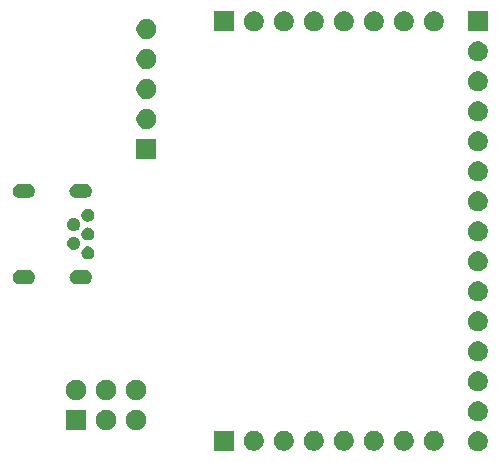
<source format=gbs>
G04 #@! TF.GenerationSoftware,KiCad,Pcbnew,(5.1.5)-3*
G04 #@! TF.CreationDate,2020-07-04T22:53:46-05:00*
G04 #@! TF.ProjectId,PikateaTPM,50696b61-7465-4615-9450-4d2e6b696361,rev?*
G04 #@! TF.SameCoordinates,Original*
G04 #@! TF.FileFunction,Soldermask,Bot*
G04 #@! TF.FilePolarity,Negative*
%FSLAX46Y46*%
G04 Gerber Fmt 4.6, Leading zero omitted, Abs format (unit mm)*
G04 Created by KiCad (PCBNEW (5.1.5)-3) date 2020-07-04 22:53:46*
%MOMM*%
%LPD*%
G04 APERTURE LIST*
%ADD10C,0.100000*%
G04 APERTURE END LIST*
D10*
G36*
X156497935Y-129492664D02*
G01*
X156652624Y-129556739D01*
X156652626Y-129556740D01*
X156791844Y-129649762D01*
X156910238Y-129768156D01*
X157003260Y-129907374D01*
X157003261Y-129907376D01*
X157067336Y-130062065D01*
X157100000Y-130226281D01*
X157100000Y-130393719D01*
X157067336Y-130557935D01*
X157028114Y-130652624D01*
X157003260Y-130712626D01*
X156910238Y-130851844D01*
X156791844Y-130970238D01*
X156652626Y-131063260D01*
X156652625Y-131063261D01*
X156652624Y-131063261D01*
X156497935Y-131127336D01*
X156333719Y-131160000D01*
X156166281Y-131160000D01*
X156002065Y-131127336D01*
X155847376Y-131063261D01*
X155847375Y-131063261D01*
X155847374Y-131063260D01*
X155708156Y-130970238D01*
X155589762Y-130851844D01*
X155496740Y-130712626D01*
X155471886Y-130652624D01*
X155432664Y-130557935D01*
X155400000Y-130393719D01*
X155400000Y-130226281D01*
X155432664Y-130062065D01*
X155496739Y-129907376D01*
X155496740Y-129907374D01*
X155589762Y-129768156D01*
X155708156Y-129649762D01*
X155847374Y-129556740D01*
X155847376Y-129556739D01*
X156002065Y-129492664D01*
X156166281Y-129460000D01*
X156333719Y-129460000D01*
X156497935Y-129492664D01*
G37*
G36*
X152777935Y-129432664D02*
G01*
X152932624Y-129496739D01*
X152932626Y-129496740D01*
X153071844Y-129589762D01*
X153190238Y-129708156D01*
X153230329Y-129768157D01*
X153283261Y-129847376D01*
X153347336Y-130002065D01*
X153380000Y-130166281D01*
X153380000Y-130333719D01*
X153347336Y-130497935D01*
X153322482Y-130557936D01*
X153283260Y-130652626D01*
X153190238Y-130791844D01*
X153071844Y-130910238D01*
X152932626Y-131003260D01*
X152932625Y-131003261D01*
X152932624Y-131003261D01*
X152777935Y-131067336D01*
X152613719Y-131100000D01*
X152446281Y-131100000D01*
X152282065Y-131067336D01*
X152127376Y-131003261D01*
X152127375Y-131003261D01*
X152127374Y-131003260D01*
X151988156Y-130910238D01*
X151869762Y-130791844D01*
X151776740Y-130652626D01*
X151737518Y-130557936D01*
X151712664Y-130497935D01*
X151680000Y-130333719D01*
X151680000Y-130166281D01*
X151712664Y-130002065D01*
X151776739Y-129847376D01*
X151829671Y-129768157D01*
X151869762Y-129708156D01*
X151988156Y-129589762D01*
X152127374Y-129496740D01*
X152127376Y-129496739D01*
X152282065Y-129432664D01*
X152446281Y-129400000D01*
X152613719Y-129400000D01*
X152777935Y-129432664D01*
G37*
G36*
X135600000Y-131100000D02*
G01*
X133900000Y-131100000D01*
X133900000Y-129400000D01*
X135600000Y-129400000D01*
X135600000Y-131100000D01*
G37*
G36*
X137537935Y-129432664D02*
G01*
X137692624Y-129496739D01*
X137692626Y-129496740D01*
X137831844Y-129589762D01*
X137950238Y-129708156D01*
X137990329Y-129768157D01*
X138043261Y-129847376D01*
X138107336Y-130002065D01*
X138140000Y-130166281D01*
X138140000Y-130333719D01*
X138107336Y-130497935D01*
X138082482Y-130557936D01*
X138043260Y-130652626D01*
X137950238Y-130791844D01*
X137831844Y-130910238D01*
X137692626Y-131003260D01*
X137692625Y-131003261D01*
X137692624Y-131003261D01*
X137537935Y-131067336D01*
X137373719Y-131100000D01*
X137206281Y-131100000D01*
X137042065Y-131067336D01*
X136887376Y-131003261D01*
X136887375Y-131003261D01*
X136887374Y-131003260D01*
X136748156Y-130910238D01*
X136629762Y-130791844D01*
X136536740Y-130652626D01*
X136497518Y-130557936D01*
X136472664Y-130497935D01*
X136440000Y-130333719D01*
X136440000Y-130166281D01*
X136472664Y-130002065D01*
X136536739Y-129847376D01*
X136589671Y-129768157D01*
X136629762Y-129708156D01*
X136748156Y-129589762D01*
X136887374Y-129496740D01*
X136887376Y-129496739D01*
X137042065Y-129432664D01*
X137206281Y-129400000D01*
X137373719Y-129400000D01*
X137537935Y-129432664D01*
G37*
G36*
X140077935Y-129432664D02*
G01*
X140232624Y-129496739D01*
X140232626Y-129496740D01*
X140371844Y-129589762D01*
X140490238Y-129708156D01*
X140530329Y-129768157D01*
X140583261Y-129847376D01*
X140647336Y-130002065D01*
X140680000Y-130166281D01*
X140680000Y-130333719D01*
X140647336Y-130497935D01*
X140622482Y-130557936D01*
X140583260Y-130652626D01*
X140490238Y-130791844D01*
X140371844Y-130910238D01*
X140232626Y-131003260D01*
X140232625Y-131003261D01*
X140232624Y-131003261D01*
X140077935Y-131067336D01*
X139913719Y-131100000D01*
X139746281Y-131100000D01*
X139582065Y-131067336D01*
X139427376Y-131003261D01*
X139427375Y-131003261D01*
X139427374Y-131003260D01*
X139288156Y-130910238D01*
X139169762Y-130791844D01*
X139076740Y-130652626D01*
X139037518Y-130557936D01*
X139012664Y-130497935D01*
X138980000Y-130333719D01*
X138980000Y-130166281D01*
X139012664Y-130002065D01*
X139076739Y-129847376D01*
X139129671Y-129768157D01*
X139169762Y-129708156D01*
X139288156Y-129589762D01*
X139427374Y-129496740D01*
X139427376Y-129496739D01*
X139582065Y-129432664D01*
X139746281Y-129400000D01*
X139913719Y-129400000D01*
X140077935Y-129432664D01*
G37*
G36*
X145157935Y-129432664D02*
G01*
X145312624Y-129496739D01*
X145312626Y-129496740D01*
X145451844Y-129589762D01*
X145570238Y-129708156D01*
X145610329Y-129768157D01*
X145663261Y-129847376D01*
X145727336Y-130002065D01*
X145760000Y-130166281D01*
X145760000Y-130333719D01*
X145727336Y-130497935D01*
X145702482Y-130557936D01*
X145663260Y-130652626D01*
X145570238Y-130791844D01*
X145451844Y-130910238D01*
X145312626Y-131003260D01*
X145312625Y-131003261D01*
X145312624Y-131003261D01*
X145157935Y-131067336D01*
X144993719Y-131100000D01*
X144826281Y-131100000D01*
X144662065Y-131067336D01*
X144507376Y-131003261D01*
X144507375Y-131003261D01*
X144507374Y-131003260D01*
X144368156Y-130910238D01*
X144249762Y-130791844D01*
X144156740Y-130652626D01*
X144117518Y-130557936D01*
X144092664Y-130497935D01*
X144060000Y-130333719D01*
X144060000Y-130166281D01*
X144092664Y-130002065D01*
X144156739Y-129847376D01*
X144209671Y-129768157D01*
X144249762Y-129708156D01*
X144368156Y-129589762D01*
X144507374Y-129496740D01*
X144507376Y-129496739D01*
X144662065Y-129432664D01*
X144826281Y-129400000D01*
X144993719Y-129400000D01*
X145157935Y-129432664D01*
G37*
G36*
X147697935Y-129432664D02*
G01*
X147852624Y-129496739D01*
X147852626Y-129496740D01*
X147991844Y-129589762D01*
X148110238Y-129708156D01*
X148150329Y-129768157D01*
X148203261Y-129847376D01*
X148267336Y-130002065D01*
X148300000Y-130166281D01*
X148300000Y-130333719D01*
X148267336Y-130497935D01*
X148242482Y-130557936D01*
X148203260Y-130652626D01*
X148110238Y-130791844D01*
X147991844Y-130910238D01*
X147852626Y-131003260D01*
X147852625Y-131003261D01*
X147852624Y-131003261D01*
X147697935Y-131067336D01*
X147533719Y-131100000D01*
X147366281Y-131100000D01*
X147202065Y-131067336D01*
X147047376Y-131003261D01*
X147047375Y-131003261D01*
X147047374Y-131003260D01*
X146908156Y-130910238D01*
X146789762Y-130791844D01*
X146696740Y-130652626D01*
X146657518Y-130557936D01*
X146632664Y-130497935D01*
X146600000Y-130333719D01*
X146600000Y-130166281D01*
X146632664Y-130002065D01*
X146696739Y-129847376D01*
X146749671Y-129768157D01*
X146789762Y-129708156D01*
X146908156Y-129589762D01*
X147047374Y-129496740D01*
X147047376Y-129496739D01*
X147202065Y-129432664D01*
X147366281Y-129400000D01*
X147533719Y-129400000D01*
X147697935Y-129432664D01*
G37*
G36*
X150237935Y-129432664D02*
G01*
X150392624Y-129496739D01*
X150392626Y-129496740D01*
X150531844Y-129589762D01*
X150650238Y-129708156D01*
X150690329Y-129768157D01*
X150743261Y-129847376D01*
X150807336Y-130002065D01*
X150840000Y-130166281D01*
X150840000Y-130333719D01*
X150807336Y-130497935D01*
X150782482Y-130557936D01*
X150743260Y-130652626D01*
X150650238Y-130791844D01*
X150531844Y-130910238D01*
X150392626Y-131003260D01*
X150392625Y-131003261D01*
X150392624Y-131003261D01*
X150237935Y-131067336D01*
X150073719Y-131100000D01*
X149906281Y-131100000D01*
X149742065Y-131067336D01*
X149587376Y-131003261D01*
X149587375Y-131003261D01*
X149587374Y-131003260D01*
X149448156Y-130910238D01*
X149329762Y-130791844D01*
X149236740Y-130652626D01*
X149197518Y-130557936D01*
X149172664Y-130497935D01*
X149140000Y-130333719D01*
X149140000Y-130166281D01*
X149172664Y-130002065D01*
X149236739Y-129847376D01*
X149289671Y-129768157D01*
X149329762Y-129708156D01*
X149448156Y-129589762D01*
X149587374Y-129496740D01*
X149587376Y-129496739D01*
X149742065Y-129432664D01*
X149906281Y-129400000D01*
X150073719Y-129400000D01*
X150237935Y-129432664D01*
G37*
G36*
X142617935Y-129432664D02*
G01*
X142772624Y-129496739D01*
X142772626Y-129496740D01*
X142911844Y-129589762D01*
X143030238Y-129708156D01*
X143070329Y-129768157D01*
X143123261Y-129847376D01*
X143187336Y-130002065D01*
X143220000Y-130166281D01*
X143220000Y-130333719D01*
X143187336Y-130497935D01*
X143162482Y-130557936D01*
X143123260Y-130652626D01*
X143030238Y-130791844D01*
X142911844Y-130910238D01*
X142772626Y-131003260D01*
X142772625Y-131003261D01*
X142772624Y-131003261D01*
X142617935Y-131067336D01*
X142453719Y-131100000D01*
X142286281Y-131100000D01*
X142122065Y-131067336D01*
X141967376Y-131003261D01*
X141967375Y-131003261D01*
X141967374Y-131003260D01*
X141828156Y-130910238D01*
X141709762Y-130791844D01*
X141616740Y-130652626D01*
X141577518Y-130557936D01*
X141552664Y-130497935D01*
X141520000Y-130333719D01*
X141520000Y-130166281D01*
X141552664Y-130002065D01*
X141616739Y-129847376D01*
X141669671Y-129768157D01*
X141709762Y-129708156D01*
X141828156Y-129589762D01*
X141967374Y-129496740D01*
X141967376Y-129496739D01*
X142122065Y-129432664D01*
X142286281Y-129400000D01*
X142453719Y-129400000D01*
X142617935Y-129432664D01*
G37*
G36*
X123113600Y-129363600D02*
G01*
X121386400Y-129363600D01*
X121386400Y-127636400D01*
X123113600Y-127636400D01*
X123113600Y-129363600D01*
G37*
G36*
X127581903Y-127669587D02*
G01*
X127739068Y-127734687D01*
X127880513Y-127829198D01*
X128000802Y-127949487D01*
X128095313Y-128090932D01*
X128160413Y-128248097D01*
X128193600Y-128414943D01*
X128193600Y-128585057D01*
X128160413Y-128751903D01*
X128095313Y-128909068D01*
X128000802Y-129050513D01*
X127880513Y-129170802D01*
X127739068Y-129265313D01*
X127581903Y-129330413D01*
X127415057Y-129363600D01*
X127244943Y-129363600D01*
X127078097Y-129330413D01*
X126920932Y-129265313D01*
X126779487Y-129170802D01*
X126659198Y-129050513D01*
X126564687Y-128909068D01*
X126499587Y-128751903D01*
X126466400Y-128585057D01*
X126466400Y-128414943D01*
X126499587Y-128248097D01*
X126564687Y-128090932D01*
X126659198Y-127949487D01*
X126779487Y-127829198D01*
X126920932Y-127734687D01*
X127078097Y-127669587D01*
X127244943Y-127636400D01*
X127415057Y-127636400D01*
X127581903Y-127669587D01*
G37*
G36*
X125041903Y-127669587D02*
G01*
X125199068Y-127734687D01*
X125340513Y-127829198D01*
X125460802Y-127949487D01*
X125555313Y-128090932D01*
X125620413Y-128248097D01*
X125653600Y-128414943D01*
X125653600Y-128585057D01*
X125620413Y-128751903D01*
X125555313Y-128909068D01*
X125460802Y-129050513D01*
X125340513Y-129170802D01*
X125199068Y-129265313D01*
X125041903Y-129330413D01*
X124875057Y-129363600D01*
X124704943Y-129363600D01*
X124538097Y-129330413D01*
X124380932Y-129265313D01*
X124239487Y-129170802D01*
X124119198Y-129050513D01*
X124024687Y-128909068D01*
X123959587Y-128751903D01*
X123926400Y-128585057D01*
X123926400Y-128414943D01*
X123959587Y-128248097D01*
X124024687Y-128090932D01*
X124119198Y-127949487D01*
X124239487Y-127829198D01*
X124380932Y-127734687D01*
X124538097Y-127669587D01*
X124704943Y-127636400D01*
X124875057Y-127636400D01*
X125041903Y-127669587D01*
G37*
G36*
X156497935Y-126952664D02*
G01*
X156652624Y-127016739D01*
X156652626Y-127016740D01*
X156791844Y-127109762D01*
X156910238Y-127228156D01*
X157003260Y-127367374D01*
X157003261Y-127367376D01*
X157067336Y-127522065D01*
X157100000Y-127686281D01*
X157100000Y-127853719D01*
X157067336Y-128017935D01*
X157037099Y-128090932D01*
X157003260Y-128172626D01*
X156910238Y-128311844D01*
X156791844Y-128430238D01*
X156652626Y-128523260D01*
X156652625Y-128523261D01*
X156652624Y-128523261D01*
X156497935Y-128587336D01*
X156333719Y-128620000D01*
X156166281Y-128620000D01*
X156002065Y-128587336D01*
X155847376Y-128523261D01*
X155847375Y-128523261D01*
X155847374Y-128523260D01*
X155708156Y-128430238D01*
X155589762Y-128311844D01*
X155496740Y-128172626D01*
X155462901Y-128090932D01*
X155432664Y-128017935D01*
X155400000Y-127853719D01*
X155400000Y-127686281D01*
X155432664Y-127522065D01*
X155496739Y-127367376D01*
X155496740Y-127367374D01*
X155589762Y-127228156D01*
X155708156Y-127109762D01*
X155847374Y-127016740D01*
X155847376Y-127016739D01*
X156002065Y-126952664D01*
X156166281Y-126920000D01*
X156333719Y-126920000D01*
X156497935Y-126952664D01*
G37*
G36*
X127581903Y-125129587D02*
G01*
X127739068Y-125194687D01*
X127880513Y-125289198D01*
X128000802Y-125409487D01*
X128095313Y-125550932D01*
X128160413Y-125708097D01*
X128193600Y-125874943D01*
X128193600Y-126045057D01*
X128160413Y-126211903D01*
X128095313Y-126369068D01*
X128000802Y-126510513D01*
X127880513Y-126630802D01*
X127739068Y-126725313D01*
X127581903Y-126790413D01*
X127415057Y-126823600D01*
X127244943Y-126823600D01*
X127078097Y-126790413D01*
X126920932Y-126725313D01*
X126779487Y-126630802D01*
X126659198Y-126510513D01*
X126564687Y-126369068D01*
X126499587Y-126211903D01*
X126466400Y-126045057D01*
X126466400Y-125874943D01*
X126499587Y-125708097D01*
X126564687Y-125550932D01*
X126659198Y-125409487D01*
X126779487Y-125289198D01*
X126920932Y-125194687D01*
X127078097Y-125129587D01*
X127244943Y-125096400D01*
X127415057Y-125096400D01*
X127581903Y-125129587D01*
G37*
G36*
X125041903Y-125129587D02*
G01*
X125199068Y-125194687D01*
X125340513Y-125289198D01*
X125460802Y-125409487D01*
X125555313Y-125550932D01*
X125620413Y-125708097D01*
X125653600Y-125874943D01*
X125653600Y-126045057D01*
X125620413Y-126211903D01*
X125555313Y-126369068D01*
X125460802Y-126510513D01*
X125340513Y-126630802D01*
X125199068Y-126725313D01*
X125041903Y-126790413D01*
X124875057Y-126823600D01*
X124704943Y-126823600D01*
X124538097Y-126790413D01*
X124380932Y-126725313D01*
X124239487Y-126630802D01*
X124119198Y-126510513D01*
X124024687Y-126369068D01*
X123959587Y-126211903D01*
X123926400Y-126045057D01*
X123926400Y-125874943D01*
X123959587Y-125708097D01*
X124024687Y-125550932D01*
X124119198Y-125409487D01*
X124239487Y-125289198D01*
X124380932Y-125194687D01*
X124538097Y-125129587D01*
X124704943Y-125096400D01*
X124875057Y-125096400D01*
X125041903Y-125129587D01*
G37*
G36*
X122501903Y-125129587D02*
G01*
X122659068Y-125194687D01*
X122800513Y-125289198D01*
X122920802Y-125409487D01*
X123015313Y-125550932D01*
X123080413Y-125708097D01*
X123113600Y-125874943D01*
X123113600Y-126045057D01*
X123080413Y-126211903D01*
X123015313Y-126369068D01*
X122920802Y-126510513D01*
X122800513Y-126630802D01*
X122659068Y-126725313D01*
X122501903Y-126790413D01*
X122335057Y-126823600D01*
X122164943Y-126823600D01*
X121998097Y-126790413D01*
X121840932Y-126725313D01*
X121699487Y-126630802D01*
X121579198Y-126510513D01*
X121484687Y-126369068D01*
X121419587Y-126211903D01*
X121386400Y-126045057D01*
X121386400Y-125874943D01*
X121419587Y-125708097D01*
X121484687Y-125550932D01*
X121579198Y-125409487D01*
X121699487Y-125289198D01*
X121840932Y-125194687D01*
X121998097Y-125129587D01*
X122164943Y-125096400D01*
X122335057Y-125096400D01*
X122501903Y-125129587D01*
G37*
G36*
X156497935Y-124412664D02*
G01*
X156652624Y-124476739D01*
X156652626Y-124476740D01*
X156791844Y-124569762D01*
X156910238Y-124688156D01*
X157003260Y-124827374D01*
X157003261Y-124827376D01*
X157067336Y-124982065D01*
X157100000Y-125146281D01*
X157100000Y-125313719D01*
X157067336Y-125477935D01*
X157037099Y-125550932D01*
X157003260Y-125632626D01*
X156910238Y-125771844D01*
X156791844Y-125890238D01*
X156652626Y-125983260D01*
X156652625Y-125983261D01*
X156652624Y-125983261D01*
X156497935Y-126047336D01*
X156333719Y-126080000D01*
X156166281Y-126080000D01*
X156002065Y-126047336D01*
X155847376Y-125983261D01*
X155847375Y-125983261D01*
X155847374Y-125983260D01*
X155708156Y-125890238D01*
X155589762Y-125771844D01*
X155496740Y-125632626D01*
X155462901Y-125550932D01*
X155432664Y-125477935D01*
X155400000Y-125313719D01*
X155400000Y-125146281D01*
X155432664Y-124982065D01*
X155496739Y-124827376D01*
X155496740Y-124827374D01*
X155589762Y-124688156D01*
X155708156Y-124569762D01*
X155847374Y-124476740D01*
X155847376Y-124476739D01*
X156002065Y-124412664D01*
X156166281Y-124380000D01*
X156333719Y-124380000D01*
X156497935Y-124412664D01*
G37*
G36*
X156497935Y-121872664D02*
G01*
X156652624Y-121936739D01*
X156652626Y-121936740D01*
X156791844Y-122029762D01*
X156910238Y-122148156D01*
X157003260Y-122287374D01*
X157003261Y-122287376D01*
X157067336Y-122442065D01*
X157100000Y-122606281D01*
X157100000Y-122773719D01*
X157067336Y-122937935D01*
X157003261Y-123092624D01*
X157003260Y-123092626D01*
X156910238Y-123231844D01*
X156791844Y-123350238D01*
X156652626Y-123443260D01*
X156652625Y-123443261D01*
X156652624Y-123443261D01*
X156497935Y-123507336D01*
X156333719Y-123540000D01*
X156166281Y-123540000D01*
X156002065Y-123507336D01*
X155847376Y-123443261D01*
X155847375Y-123443261D01*
X155847374Y-123443260D01*
X155708156Y-123350238D01*
X155589762Y-123231844D01*
X155496740Y-123092626D01*
X155496739Y-123092624D01*
X155432664Y-122937935D01*
X155400000Y-122773719D01*
X155400000Y-122606281D01*
X155432664Y-122442065D01*
X155496739Y-122287376D01*
X155496740Y-122287374D01*
X155589762Y-122148156D01*
X155708156Y-122029762D01*
X155847374Y-121936740D01*
X155847376Y-121936739D01*
X156002065Y-121872664D01*
X156166281Y-121840000D01*
X156333719Y-121840000D01*
X156497935Y-121872664D01*
G37*
G36*
X156497935Y-119332664D02*
G01*
X156652624Y-119396739D01*
X156652626Y-119396740D01*
X156791844Y-119489762D01*
X156910238Y-119608156D01*
X157003260Y-119747374D01*
X157003261Y-119747376D01*
X157067336Y-119902065D01*
X157100000Y-120066281D01*
X157100000Y-120233719D01*
X157067336Y-120397935D01*
X157003261Y-120552624D01*
X157003260Y-120552626D01*
X156910238Y-120691844D01*
X156791844Y-120810238D01*
X156652626Y-120903260D01*
X156652625Y-120903261D01*
X156652624Y-120903261D01*
X156497935Y-120967336D01*
X156333719Y-121000000D01*
X156166281Y-121000000D01*
X156002065Y-120967336D01*
X155847376Y-120903261D01*
X155847375Y-120903261D01*
X155847374Y-120903260D01*
X155708156Y-120810238D01*
X155589762Y-120691844D01*
X155496740Y-120552626D01*
X155496739Y-120552624D01*
X155432664Y-120397935D01*
X155400000Y-120233719D01*
X155400000Y-120066281D01*
X155432664Y-119902065D01*
X155496739Y-119747376D01*
X155496740Y-119747374D01*
X155589762Y-119608156D01*
X155708156Y-119489762D01*
X155847374Y-119396740D01*
X155847376Y-119396739D01*
X156002065Y-119332664D01*
X156166281Y-119300000D01*
X156333719Y-119300000D01*
X156497935Y-119332664D01*
G37*
G36*
X156497935Y-116792664D02*
G01*
X156652624Y-116856739D01*
X156652626Y-116856740D01*
X156791844Y-116949762D01*
X156910238Y-117068156D01*
X157003260Y-117207374D01*
X157003261Y-117207376D01*
X157067336Y-117362065D01*
X157100000Y-117526281D01*
X157100000Y-117693719D01*
X157067336Y-117857935D01*
X157003261Y-118012624D01*
X157003260Y-118012626D01*
X156910238Y-118151844D01*
X156791844Y-118270238D01*
X156652626Y-118363260D01*
X156652625Y-118363261D01*
X156652624Y-118363261D01*
X156497935Y-118427336D01*
X156333719Y-118460000D01*
X156166281Y-118460000D01*
X156002065Y-118427336D01*
X155847376Y-118363261D01*
X155847375Y-118363261D01*
X155847374Y-118363260D01*
X155708156Y-118270238D01*
X155589762Y-118151844D01*
X155496740Y-118012626D01*
X155496739Y-118012624D01*
X155432664Y-117857935D01*
X155400000Y-117693719D01*
X155400000Y-117526281D01*
X155432664Y-117362065D01*
X155496739Y-117207376D01*
X155496740Y-117207374D01*
X155589762Y-117068156D01*
X155708156Y-116949762D01*
X155847374Y-116856740D01*
X155847376Y-116856739D01*
X156002065Y-116792664D01*
X156166281Y-116760000D01*
X156333719Y-116760000D01*
X156497935Y-116792664D01*
G37*
G36*
X118282099Y-115808682D02*
G01*
X118395199Y-115842990D01*
X118499433Y-115898704D01*
X118590795Y-115973683D01*
X118665774Y-116065045D01*
X118721488Y-116169279D01*
X118755796Y-116282379D01*
X118767381Y-116400000D01*
X118755796Y-116517621D01*
X118721488Y-116630721D01*
X118665774Y-116734955D01*
X118590795Y-116826317D01*
X118499433Y-116901296D01*
X118395199Y-116957010D01*
X118282099Y-116991318D01*
X118193952Y-117000000D01*
X117435004Y-117000000D01*
X117346857Y-116991318D01*
X117233757Y-116957010D01*
X117129523Y-116901296D01*
X117038161Y-116826317D01*
X116963182Y-116734955D01*
X116907468Y-116630721D01*
X116873160Y-116517621D01*
X116861575Y-116400000D01*
X116873160Y-116282379D01*
X116907468Y-116169279D01*
X116963182Y-116065045D01*
X117038161Y-115973683D01*
X117129523Y-115898704D01*
X117233757Y-115842990D01*
X117346857Y-115808682D01*
X117435004Y-115800000D01*
X118193952Y-115800000D01*
X118282099Y-115808682D01*
G37*
G36*
X123102099Y-115808682D02*
G01*
X123215199Y-115842990D01*
X123319433Y-115898704D01*
X123410795Y-115973683D01*
X123485774Y-116065045D01*
X123541488Y-116169279D01*
X123575796Y-116282379D01*
X123587381Y-116400000D01*
X123575796Y-116517621D01*
X123541488Y-116630721D01*
X123485774Y-116734955D01*
X123410795Y-116826317D01*
X123319433Y-116901296D01*
X123215199Y-116957010D01*
X123102099Y-116991318D01*
X123013952Y-117000000D01*
X122255004Y-117000000D01*
X122166857Y-116991318D01*
X122053757Y-116957010D01*
X121949523Y-116901296D01*
X121858161Y-116826317D01*
X121783182Y-116734955D01*
X121727468Y-116630721D01*
X121693160Y-116517621D01*
X121681575Y-116400000D01*
X121693160Y-116282379D01*
X121727468Y-116169279D01*
X121783182Y-116065045D01*
X121858161Y-115973683D01*
X121949523Y-115898704D01*
X122053757Y-115842990D01*
X122166857Y-115808682D01*
X122255004Y-115800000D01*
X123013952Y-115800000D01*
X123102099Y-115808682D01*
G37*
G36*
X156497935Y-114252664D02*
G01*
X156652624Y-114316739D01*
X156652626Y-114316740D01*
X156791844Y-114409762D01*
X156910238Y-114528156D01*
X156965274Y-114610524D01*
X157003261Y-114667376D01*
X157067336Y-114822065D01*
X157100000Y-114986281D01*
X157100000Y-115153719D01*
X157067336Y-115317935D01*
X157003261Y-115472624D01*
X157003260Y-115472626D01*
X156910238Y-115611844D01*
X156791844Y-115730238D01*
X156652626Y-115823260D01*
X156652625Y-115823261D01*
X156652624Y-115823261D01*
X156497935Y-115887336D01*
X156333719Y-115920000D01*
X156166281Y-115920000D01*
X156002065Y-115887336D01*
X155847376Y-115823261D01*
X155847375Y-115823261D01*
X155847374Y-115823260D01*
X155708156Y-115730238D01*
X155589762Y-115611844D01*
X155496740Y-115472626D01*
X155496739Y-115472624D01*
X155432664Y-115317935D01*
X155400000Y-115153719D01*
X155400000Y-114986281D01*
X155432664Y-114822065D01*
X155496739Y-114667376D01*
X155534726Y-114610524D01*
X155589762Y-114528156D01*
X155708156Y-114409762D01*
X155847374Y-114316740D01*
X155847376Y-114316739D01*
X156002065Y-114252664D01*
X156166281Y-114220000D01*
X156333719Y-114220000D01*
X156497935Y-114252664D01*
G37*
G36*
X123359487Y-113814091D02*
G01*
X123394907Y-113821136D01*
X123444954Y-113841866D01*
X123495002Y-113862597D01*
X123585080Y-113922785D01*
X123661693Y-113999398D01*
X123721881Y-114089476D01*
X123721881Y-114089477D01*
X123763342Y-114189571D01*
X123784478Y-114295830D01*
X123784478Y-114404170D01*
X123763342Y-114510429D01*
X123742612Y-114560476D01*
X123721881Y-114610524D01*
X123661693Y-114700602D01*
X123585080Y-114777215D01*
X123495002Y-114837403D01*
X123444954Y-114858133D01*
X123394907Y-114878864D01*
X123359487Y-114885909D01*
X123288650Y-114900000D01*
X123180306Y-114900000D01*
X123109469Y-114885909D01*
X123074049Y-114878864D01*
X123024002Y-114858133D01*
X122973954Y-114837403D01*
X122883876Y-114777215D01*
X122807263Y-114700602D01*
X122747075Y-114610524D01*
X122726344Y-114560476D01*
X122705614Y-114510429D01*
X122684478Y-114404170D01*
X122684478Y-114295830D01*
X122705614Y-114189571D01*
X122747075Y-114089477D01*
X122747075Y-114089476D01*
X122807263Y-113999398D01*
X122883876Y-113922785D01*
X122973954Y-113862597D01*
X123024002Y-113841866D01*
X123074049Y-113821136D01*
X123109469Y-113814091D01*
X123180306Y-113800000D01*
X123288650Y-113800000D01*
X123359487Y-113814091D01*
G37*
G36*
X122159487Y-113014091D02*
G01*
X122194907Y-113021136D01*
X122244954Y-113041867D01*
X122295002Y-113062597D01*
X122385080Y-113122785D01*
X122461693Y-113199398D01*
X122521881Y-113289476D01*
X122563342Y-113389572D01*
X122584478Y-113495828D01*
X122584478Y-113604172D01*
X122563342Y-113710428D01*
X122521881Y-113810524D01*
X122461693Y-113900602D01*
X122385080Y-113977215D01*
X122295002Y-114037403D01*
X122244954Y-114058133D01*
X122194907Y-114078864D01*
X122159487Y-114085909D01*
X122088650Y-114100000D01*
X121980306Y-114100000D01*
X121909469Y-114085909D01*
X121874049Y-114078864D01*
X121824002Y-114058133D01*
X121773954Y-114037403D01*
X121683876Y-113977215D01*
X121607263Y-113900602D01*
X121547075Y-113810524D01*
X121505614Y-113710428D01*
X121484478Y-113604172D01*
X121484478Y-113495828D01*
X121505614Y-113389572D01*
X121547075Y-113289476D01*
X121607263Y-113199398D01*
X121683876Y-113122785D01*
X121773954Y-113062597D01*
X121824002Y-113041867D01*
X121874049Y-113021136D01*
X121909469Y-113014091D01*
X121980306Y-113000000D01*
X122088650Y-113000000D01*
X122159487Y-113014091D01*
G37*
G36*
X156497935Y-111712664D02*
G01*
X156652624Y-111776739D01*
X156652626Y-111776740D01*
X156791844Y-111869762D01*
X156910238Y-111988156D01*
X157003260Y-112127374D01*
X157003261Y-112127376D01*
X157067336Y-112282065D01*
X157100000Y-112446281D01*
X157100000Y-112613719D01*
X157067336Y-112777935D01*
X157003261Y-112932624D01*
X157003260Y-112932626D01*
X156910238Y-113071844D01*
X156791844Y-113190238D01*
X156652626Y-113283260D01*
X156652625Y-113283261D01*
X156652624Y-113283261D01*
X156497935Y-113347336D01*
X156333719Y-113380000D01*
X156166281Y-113380000D01*
X156002065Y-113347336D01*
X155847376Y-113283261D01*
X155847375Y-113283261D01*
X155847374Y-113283260D01*
X155708156Y-113190238D01*
X155589762Y-113071844D01*
X155496740Y-112932626D01*
X155496739Y-112932624D01*
X155432664Y-112777935D01*
X155400000Y-112613719D01*
X155400000Y-112446281D01*
X155432664Y-112282065D01*
X155496739Y-112127376D01*
X155496740Y-112127374D01*
X155589762Y-111988156D01*
X155708156Y-111869762D01*
X155847374Y-111776740D01*
X155847376Y-111776739D01*
X156002065Y-111712664D01*
X156166281Y-111680000D01*
X156333719Y-111680000D01*
X156497935Y-111712664D01*
G37*
G36*
X123359487Y-112214091D02*
G01*
X123394907Y-112221136D01*
X123444954Y-112241866D01*
X123495002Y-112262597D01*
X123585080Y-112322785D01*
X123661693Y-112399398D01*
X123721881Y-112489476D01*
X123721881Y-112489477D01*
X123763342Y-112589571D01*
X123784478Y-112695830D01*
X123784478Y-112804170D01*
X123763342Y-112910429D01*
X123742611Y-112960476D01*
X123721881Y-113010524D01*
X123661693Y-113100602D01*
X123585080Y-113177215D01*
X123495002Y-113237403D01*
X123444954Y-113258133D01*
X123394907Y-113278864D01*
X123359487Y-113285909D01*
X123288650Y-113300000D01*
X123180306Y-113300000D01*
X123109469Y-113285909D01*
X123074049Y-113278864D01*
X123024002Y-113258133D01*
X122973954Y-113237403D01*
X122883876Y-113177215D01*
X122807263Y-113100602D01*
X122747075Y-113010524D01*
X122726345Y-112960476D01*
X122705614Y-112910429D01*
X122684478Y-112804170D01*
X122684478Y-112695830D01*
X122705614Y-112589571D01*
X122747075Y-112489477D01*
X122747075Y-112489476D01*
X122807263Y-112399398D01*
X122883876Y-112322785D01*
X122973954Y-112262597D01*
X123024002Y-112241866D01*
X123074049Y-112221136D01*
X123109469Y-112214091D01*
X123180306Y-112200000D01*
X123288650Y-112200000D01*
X123359487Y-112214091D01*
G37*
G36*
X122159487Y-111414091D02*
G01*
X122194907Y-111421136D01*
X122244954Y-111441867D01*
X122295002Y-111462597D01*
X122385080Y-111522785D01*
X122461693Y-111599398D01*
X122521881Y-111689476D01*
X122521881Y-111689477D01*
X122558027Y-111776739D01*
X122563342Y-111789572D01*
X122584478Y-111895828D01*
X122584478Y-112004172D01*
X122563342Y-112110428D01*
X122521881Y-112210524D01*
X122461693Y-112300602D01*
X122385080Y-112377215D01*
X122295002Y-112437403D01*
X122273566Y-112446282D01*
X122194907Y-112478864D01*
X122159487Y-112485909D01*
X122088650Y-112500000D01*
X121980306Y-112500000D01*
X121909469Y-112485909D01*
X121874049Y-112478864D01*
X121795390Y-112446282D01*
X121773954Y-112437403D01*
X121683876Y-112377215D01*
X121607263Y-112300602D01*
X121547075Y-112210524D01*
X121505614Y-112110428D01*
X121484478Y-112004172D01*
X121484478Y-111895828D01*
X121505614Y-111789572D01*
X121510930Y-111776739D01*
X121547075Y-111689477D01*
X121547075Y-111689476D01*
X121607263Y-111599398D01*
X121683876Y-111522785D01*
X121773954Y-111462597D01*
X121824002Y-111441867D01*
X121874049Y-111421136D01*
X121909469Y-111414091D01*
X121980306Y-111400000D01*
X122088650Y-111400000D01*
X122159487Y-111414091D01*
G37*
G36*
X123359487Y-110614091D02*
G01*
X123394907Y-110621136D01*
X123444954Y-110641867D01*
X123495002Y-110662597D01*
X123585080Y-110722785D01*
X123661693Y-110799398D01*
X123721881Y-110889476D01*
X123763342Y-110989572D01*
X123784478Y-111095828D01*
X123784478Y-111204172D01*
X123763342Y-111310428D01*
X123721881Y-111410524D01*
X123661693Y-111500602D01*
X123585080Y-111577215D01*
X123495002Y-111637403D01*
X123444954Y-111658134D01*
X123394907Y-111678864D01*
X123359487Y-111685909D01*
X123288650Y-111700000D01*
X123180306Y-111700000D01*
X123109469Y-111685909D01*
X123074049Y-111678864D01*
X123024002Y-111658134D01*
X122973954Y-111637403D01*
X122883876Y-111577215D01*
X122807263Y-111500602D01*
X122747075Y-111410524D01*
X122705614Y-111310428D01*
X122684478Y-111204172D01*
X122684478Y-111095828D01*
X122705614Y-110989572D01*
X122747075Y-110889476D01*
X122807263Y-110799398D01*
X122883876Y-110722785D01*
X122973954Y-110662597D01*
X123024002Y-110641866D01*
X123074049Y-110621136D01*
X123109469Y-110614091D01*
X123180306Y-110600000D01*
X123288650Y-110600000D01*
X123359487Y-110614091D01*
G37*
G36*
X156497935Y-109172664D02*
G01*
X156652624Y-109236739D01*
X156652626Y-109236740D01*
X156791844Y-109329762D01*
X156910238Y-109448156D01*
X156962463Y-109526317D01*
X157003261Y-109587376D01*
X157067336Y-109742065D01*
X157100000Y-109906281D01*
X157100000Y-110073719D01*
X157067336Y-110237935D01*
X157003261Y-110392624D01*
X157003260Y-110392626D01*
X156910238Y-110531844D01*
X156791844Y-110650238D01*
X156652626Y-110743260D01*
X156652625Y-110743261D01*
X156652624Y-110743261D01*
X156497935Y-110807336D01*
X156333719Y-110840000D01*
X156166281Y-110840000D01*
X156002065Y-110807336D01*
X155847376Y-110743261D01*
X155847375Y-110743261D01*
X155847374Y-110743260D01*
X155708156Y-110650238D01*
X155589762Y-110531844D01*
X155496740Y-110392626D01*
X155496739Y-110392624D01*
X155432664Y-110237935D01*
X155400000Y-110073719D01*
X155400000Y-109906281D01*
X155432664Y-109742065D01*
X155496739Y-109587376D01*
X155537537Y-109526317D01*
X155589762Y-109448156D01*
X155708156Y-109329762D01*
X155847374Y-109236740D01*
X155847376Y-109236739D01*
X156002065Y-109172664D01*
X156166281Y-109140000D01*
X156333719Y-109140000D01*
X156497935Y-109172664D01*
G37*
G36*
X118282099Y-108508682D02*
G01*
X118395199Y-108542990D01*
X118499433Y-108598704D01*
X118590795Y-108673683D01*
X118665774Y-108765045D01*
X118721488Y-108869279D01*
X118755796Y-108982379D01*
X118767381Y-109100000D01*
X118755796Y-109217621D01*
X118721488Y-109330721D01*
X118665774Y-109434955D01*
X118590795Y-109526317D01*
X118499433Y-109601296D01*
X118395199Y-109657010D01*
X118282099Y-109691318D01*
X118193952Y-109700000D01*
X117435004Y-109700000D01*
X117346857Y-109691318D01*
X117233757Y-109657010D01*
X117129523Y-109601296D01*
X117038161Y-109526317D01*
X116963182Y-109434955D01*
X116907468Y-109330721D01*
X116873160Y-109217621D01*
X116861575Y-109100000D01*
X116873160Y-108982379D01*
X116907468Y-108869279D01*
X116963182Y-108765045D01*
X117038161Y-108673683D01*
X117129523Y-108598704D01*
X117233757Y-108542990D01*
X117346857Y-108508682D01*
X117435004Y-108500000D01*
X118193952Y-108500000D01*
X118282099Y-108508682D01*
G37*
G36*
X123102099Y-108508682D02*
G01*
X123215199Y-108542990D01*
X123319433Y-108598704D01*
X123410795Y-108673683D01*
X123485774Y-108765045D01*
X123541488Y-108869279D01*
X123575796Y-108982379D01*
X123587381Y-109100000D01*
X123575796Y-109217621D01*
X123541488Y-109330721D01*
X123485774Y-109434955D01*
X123410795Y-109526317D01*
X123319433Y-109601296D01*
X123215199Y-109657010D01*
X123102099Y-109691318D01*
X123013952Y-109700000D01*
X122255004Y-109700000D01*
X122166857Y-109691318D01*
X122053757Y-109657010D01*
X121949523Y-109601296D01*
X121858161Y-109526317D01*
X121783182Y-109434955D01*
X121727468Y-109330721D01*
X121693160Y-109217621D01*
X121681575Y-109100000D01*
X121693160Y-108982379D01*
X121727468Y-108869279D01*
X121783182Y-108765045D01*
X121858161Y-108673683D01*
X121949523Y-108598704D01*
X122053757Y-108542990D01*
X122166857Y-108508682D01*
X122255004Y-108500000D01*
X123013952Y-108500000D01*
X123102099Y-108508682D01*
G37*
G36*
X156497935Y-106632664D02*
G01*
X156652624Y-106696739D01*
X156652626Y-106696740D01*
X156791844Y-106789762D01*
X156910238Y-106908156D01*
X157003260Y-107047374D01*
X157003261Y-107047376D01*
X157067336Y-107202065D01*
X157100000Y-107366281D01*
X157100000Y-107533719D01*
X157067336Y-107697935D01*
X157003261Y-107852624D01*
X157003260Y-107852626D01*
X156910238Y-107991844D01*
X156791844Y-108110238D01*
X156652626Y-108203260D01*
X156652625Y-108203261D01*
X156652624Y-108203261D01*
X156497935Y-108267336D01*
X156333719Y-108300000D01*
X156166281Y-108300000D01*
X156002065Y-108267336D01*
X155847376Y-108203261D01*
X155847375Y-108203261D01*
X155847374Y-108203260D01*
X155708156Y-108110238D01*
X155589762Y-107991844D01*
X155496740Y-107852626D01*
X155496739Y-107852624D01*
X155432664Y-107697935D01*
X155400000Y-107533719D01*
X155400000Y-107366281D01*
X155432664Y-107202065D01*
X155496739Y-107047376D01*
X155496740Y-107047374D01*
X155589762Y-106908156D01*
X155708156Y-106789762D01*
X155847374Y-106696740D01*
X155847376Y-106696739D01*
X156002065Y-106632664D01*
X156166281Y-106600000D01*
X156333719Y-106600000D01*
X156497935Y-106632664D01*
G37*
G36*
X129050000Y-106410000D02*
G01*
X127350000Y-106410000D01*
X127350000Y-104710000D01*
X129050000Y-104710000D01*
X129050000Y-106410000D01*
G37*
G36*
X156497935Y-104092664D02*
G01*
X156652624Y-104156739D01*
X156652626Y-104156740D01*
X156791844Y-104249762D01*
X156910238Y-104368156D01*
X157003260Y-104507374D01*
X157003261Y-104507376D01*
X157067336Y-104662065D01*
X157100000Y-104826281D01*
X157100000Y-104993719D01*
X157067336Y-105157935D01*
X157003261Y-105312624D01*
X157003260Y-105312626D01*
X156910238Y-105451844D01*
X156791844Y-105570238D01*
X156652626Y-105663260D01*
X156652625Y-105663261D01*
X156652624Y-105663261D01*
X156497935Y-105727336D01*
X156333719Y-105760000D01*
X156166281Y-105760000D01*
X156002065Y-105727336D01*
X155847376Y-105663261D01*
X155847375Y-105663261D01*
X155847374Y-105663260D01*
X155708156Y-105570238D01*
X155589762Y-105451844D01*
X155496740Y-105312626D01*
X155496739Y-105312624D01*
X155432664Y-105157935D01*
X155400000Y-104993719D01*
X155400000Y-104826281D01*
X155432664Y-104662065D01*
X155496739Y-104507376D01*
X155496740Y-104507374D01*
X155589762Y-104368156D01*
X155708156Y-104249762D01*
X155847374Y-104156740D01*
X155847376Y-104156739D01*
X156002065Y-104092664D01*
X156166281Y-104060000D01*
X156333719Y-104060000D01*
X156497935Y-104092664D01*
G37*
G36*
X128447935Y-102202664D02*
G01*
X128602624Y-102266739D01*
X128602626Y-102266740D01*
X128741844Y-102359762D01*
X128860238Y-102478156D01*
X128953260Y-102617374D01*
X128953261Y-102617376D01*
X129017336Y-102772065D01*
X129050000Y-102936281D01*
X129050000Y-103103719D01*
X129017336Y-103267935D01*
X128953261Y-103422624D01*
X128953260Y-103422626D01*
X128860238Y-103561844D01*
X128741844Y-103680238D01*
X128602626Y-103773260D01*
X128602625Y-103773261D01*
X128602624Y-103773261D01*
X128447935Y-103837336D01*
X128283719Y-103870000D01*
X128116281Y-103870000D01*
X127952065Y-103837336D01*
X127797376Y-103773261D01*
X127797375Y-103773261D01*
X127797374Y-103773260D01*
X127658156Y-103680238D01*
X127539762Y-103561844D01*
X127446740Y-103422626D01*
X127446739Y-103422624D01*
X127382664Y-103267935D01*
X127350000Y-103103719D01*
X127350000Y-102936281D01*
X127382664Y-102772065D01*
X127446739Y-102617376D01*
X127446740Y-102617374D01*
X127539762Y-102478156D01*
X127658156Y-102359762D01*
X127797374Y-102266740D01*
X127797376Y-102266739D01*
X127952065Y-102202664D01*
X128116281Y-102170000D01*
X128283719Y-102170000D01*
X128447935Y-102202664D01*
G37*
G36*
X156497935Y-101552664D02*
G01*
X156652624Y-101616739D01*
X156652626Y-101616740D01*
X156791844Y-101709762D01*
X156910238Y-101828156D01*
X157003260Y-101967374D01*
X157003261Y-101967376D01*
X157067336Y-102122065D01*
X157100000Y-102286281D01*
X157100000Y-102453719D01*
X157067336Y-102617935D01*
X157003261Y-102772624D01*
X157003260Y-102772626D01*
X156910238Y-102911844D01*
X156791844Y-103030238D01*
X156652626Y-103123260D01*
X156652625Y-103123261D01*
X156652624Y-103123261D01*
X156497935Y-103187336D01*
X156333719Y-103220000D01*
X156166281Y-103220000D01*
X156002065Y-103187336D01*
X155847376Y-103123261D01*
X155847375Y-103123261D01*
X155847374Y-103123260D01*
X155708156Y-103030238D01*
X155589762Y-102911844D01*
X155496740Y-102772626D01*
X155496739Y-102772624D01*
X155432664Y-102617935D01*
X155400000Y-102453719D01*
X155400000Y-102286281D01*
X155432664Y-102122065D01*
X155496739Y-101967376D01*
X155496740Y-101967374D01*
X155589762Y-101828156D01*
X155708156Y-101709762D01*
X155847374Y-101616740D01*
X155847376Y-101616739D01*
X156002065Y-101552664D01*
X156166281Y-101520000D01*
X156333719Y-101520000D01*
X156497935Y-101552664D01*
G37*
G36*
X128447935Y-99662664D02*
G01*
X128602624Y-99726739D01*
X128602626Y-99726740D01*
X128741844Y-99819762D01*
X128860238Y-99938156D01*
X128953260Y-100077374D01*
X128953261Y-100077376D01*
X129017336Y-100232065D01*
X129050000Y-100396281D01*
X129050000Y-100563719D01*
X129017336Y-100727935D01*
X128953261Y-100882624D01*
X128953260Y-100882626D01*
X128860238Y-101021844D01*
X128741844Y-101140238D01*
X128602626Y-101233260D01*
X128602625Y-101233261D01*
X128602624Y-101233261D01*
X128447935Y-101297336D01*
X128283719Y-101330000D01*
X128116281Y-101330000D01*
X127952065Y-101297336D01*
X127797376Y-101233261D01*
X127797375Y-101233261D01*
X127797374Y-101233260D01*
X127658156Y-101140238D01*
X127539762Y-101021844D01*
X127446740Y-100882626D01*
X127446739Y-100882624D01*
X127382664Y-100727935D01*
X127350000Y-100563719D01*
X127350000Y-100396281D01*
X127382664Y-100232065D01*
X127446739Y-100077376D01*
X127446740Y-100077374D01*
X127539762Y-99938156D01*
X127658156Y-99819762D01*
X127797374Y-99726740D01*
X127797376Y-99726739D01*
X127952065Y-99662664D01*
X128116281Y-99630000D01*
X128283719Y-99630000D01*
X128447935Y-99662664D01*
G37*
G36*
X156497935Y-99012664D02*
G01*
X156652624Y-99076739D01*
X156652626Y-99076740D01*
X156791844Y-99169762D01*
X156910238Y-99288156D01*
X157003260Y-99427374D01*
X157003261Y-99427376D01*
X157067336Y-99582065D01*
X157100000Y-99746281D01*
X157100000Y-99913719D01*
X157067336Y-100077935D01*
X157003261Y-100232624D01*
X157003260Y-100232626D01*
X156910238Y-100371844D01*
X156791844Y-100490238D01*
X156652626Y-100583260D01*
X156652625Y-100583261D01*
X156652624Y-100583261D01*
X156497935Y-100647336D01*
X156333719Y-100680000D01*
X156166281Y-100680000D01*
X156002065Y-100647336D01*
X155847376Y-100583261D01*
X155847375Y-100583261D01*
X155847374Y-100583260D01*
X155708156Y-100490238D01*
X155589762Y-100371844D01*
X155496740Y-100232626D01*
X155496739Y-100232624D01*
X155432664Y-100077935D01*
X155400000Y-99913719D01*
X155400000Y-99746281D01*
X155432664Y-99582065D01*
X155496739Y-99427376D01*
X155496740Y-99427374D01*
X155589762Y-99288156D01*
X155708156Y-99169762D01*
X155847374Y-99076740D01*
X155847376Y-99076739D01*
X156002065Y-99012664D01*
X156166281Y-98980000D01*
X156333719Y-98980000D01*
X156497935Y-99012664D01*
G37*
G36*
X128447935Y-97122664D02*
G01*
X128602624Y-97186739D01*
X128602626Y-97186740D01*
X128741844Y-97279762D01*
X128860238Y-97398156D01*
X128953260Y-97537374D01*
X128953261Y-97537376D01*
X129017336Y-97692065D01*
X129050000Y-97856281D01*
X129050000Y-98023719D01*
X129017336Y-98187935D01*
X128953261Y-98342624D01*
X128953260Y-98342626D01*
X128860238Y-98481844D01*
X128741844Y-98600238D01*
X128602626Y-98693260D01*
X128602625Y-98693261D01*
X128602624Y-98693261D01*
X128447935Y-98757336D01*
X128283719Y-98790000D01*
X128116281Y-98790000D01*
X127952065Y-98757336D01*
X127797376Y-98693261D01*
X127797375Y-98693261D01*
X127797374Y-98693260D01*
X127658156Y-98600238D01*
X127539762Y-98481844D01*
X127446740Y-98342626D01*
X127446739Y-98342624D01*
X127382664Y-98187935D01*
X127350000Y-98023719D01*
X127350000Y-97856281D01*
X127382664Y-97692065D01*
X127446739Y-97537376D01*
X127446740Y-97537374D01*
X127539762Y-97398156D01*
X127658156Y-97279762D01*
X127797374Y-97186740D01*
X127797376Y-97186739D01*
X127952065Y-97122664D01*
X128116281Y-97090000D01*
X128283719Y-97090000D01*
X128447935Y-97122664D01*
G37*
G36*
X156497935Y-96472664D02*
G01*
X156652624Y-96536739D01*
X156652626Y-96536740D01*
X156791844Y-96629762D01*
X156910238Y-96748156D01*
X157003260Y-96887374D01*
X157003261Y-96887376D01*
X157067336Y-97042065D01*
X157100000Y-97206281D01*
X157100000Y-97373719D01*
X157067336Y-97537935D01*
X157003261Y-97692624D01*
X157003260Y-97692626D01*
X156910238Y-97831844D01*
X156791844Y-97950238D01*
X156652626Y-98043260D01*
X156652625Y-98043261D01*
X156652624Y-98043261D01*
X156497935Y-98107336D01*
X156333719Y-98140000D01*
X156166281Y-98140000D01*
X156002065Y-98107336D01*
X155847376Y-98043261D01*
X155847375Y-98043261D01*
X155847374Y-98043260D01*
X155708156Y-97950238D01*
X155589762Y-97831844D01*
X155496740Y-97692626D01*
X155496739Y-97692624D01*
X155432664Y-97537935D01*
X155400000Y-97373719D01*
X155400000Y-97206281D01*
X155432664Y-97042065D01*
X155496739Y-96887376D01*
X155496740Y-96887374D01*
X155589762Y-96748156D01*
X155708156Y-96629762D01*
X155847374Y-96536740D01*
X155847376Y-96536739D01*
X156002065Y-96472664D01*
X156166281Y-96440000D01*
X156333719Y-96440000D01*
X156497935Y-96472664D01*
G37*
G36*
X128447935Y-94582664D02*
G01*
X128602624Y-94646739D01*
X128602626Y-94646740D01*
X128741844Y-94739762D01*
X128860238Y-94858156D01*
X128953260Y-94997374D01*
X128953261Y-94997376D01*
X129017336Y-95152065D01*
X129050000Y-95316281D01*
X129050000Y-95483719D01*
X129017336Y-95647935D01*
X128953261Y-95802624D01*
X128953260Y-95802626D01*
X128860238Y-95941844D01*
X128741844Y-96060238D01*
X128602626Y-96153260D01*
X128602625Y-96153261D01*
X128602624Y-96153261D01*
X128447935Y-96217336D01*
X128283719Y-96250000D01*
X128116281Y-96250000D01*
X127952065Y-96217336D01*
X127797376Y-96153261D01*
X127797375Y-96153261D01*
X127797374Y-96153260D01*
X127658156Y-96060238D01*
X127539762Y-95941844D01*
X127446740Y-95802626D01*
X127446739Y-95802624D01*
X127382664Y-95647935D01*
X127350000Y-95483719D01*
X127350000Y-95316281D01*
X127382664Y-95152065D01*
X127446739Y-94997376D01*
X127446740Y-94997374D01*
X127539762Y-94858156D01*
X127658156Y-94739762D01*
X127797374Y-94646740D01*
X127797376Y-94646739D01*
X127952065Y-94582664D01*
X128116281Y-94550000D01*
X128283719Y-94550000D01*
X128447935Y-94582664D01*
G37*
G36*
X135600000Y-95600000D02*
G01*
X133900000Y-95600000D01*
X133900000Y-93900000D01*
X135600000Y-93900000D01*
X135600000Y-95600000D01*
G37*
G36*
X137537935Y-93932664D02*
G01*
X137692624Y-93996739D01*
X137692626Y-93996740D01*
X137831844Y-94089762D01*
X137950238Y-94208156D01*
X138043260Y-94347374D01*
X138043261Y-94347376D01*
X138107336Y-94502065D01*
X138140000Y-94666281D01*
X138140000Y-94833719D01*
X138107336Y-94997935D01*
X138043261Y-95152624D01*
X138043260Y-95152626D01*
X137950238Y-95291844D01*
X137831844Y-95410238D01*
X137692626Y-95503260D01*
X137692625Y-95503261D01*
X137692624Y-95503261D01*
X137537935Y-95567336D01*
X137373719Y-95600000D01*
X137206281Y-95600000D01*
X137042065Y-95567336D01*
X136887376Y-95503261D01*
X136887375Y-95503261D01*
X136887374Y-95503260D01*
X136748156Y-95410238D01*
X136629762Y-95291844D01*
X136536740Y-95152626D01*
X136536739Y-95152624D01*
X136472664Y-94997935D01*
X136440000Y-94833719D01*
X136440000Y-94666281D01*
X136472664Y-94502065D01*
X136536739Y-94347376D01*
X136536740Y-94347374D01*
X136629762Y-94208156D01*
X136748156Y-94089762D01*
X136887374Y-93996740D01*
X136887376Y-93996739D01*
X137042065Y-93932664D01*
X137206281Y-93900000D01*
X137373719Y-93900000D01*
X137537935Y-93932664D01*
G37*
G36*
X140077935Y-93932664D02*
G01*
X140232624Y-93996739D01*
X140232626Y-93996740D01*
X140371844Y-94089762D01*
X140490238Y-94208156D01*
X140583260Y-94347374D01*
X140583261Y-94347376D01*
X140647336Y-94502065D01*
X140680000Y-94666281D01*
X140680000Y-94833719D01*
X140647336Y-94997935D01*
X140583261Y-95152624D01*
X140583260Y-95152626D01*
X140490238Y-95291844D01*
X140371844Y-95410238D01*
X140232626Y-95503260D01*
X140232625Y-95503261D01*
X140232624Y-95503261D01*
X140077935Y-95567336D01*
X139913719Y-95600000D01*
X139746281Y-95600000D01*
X139582065Y-95567336D01*
X139427376Y-95503261D01*
X139427375Y-95503261D01*
X139427374Y-95503260D01*
X139288156Y-95410238D01*
X139169762Y-95291844D01*
X139076740Y-95152626D01*
X139076739Y-95152624D01*
X139012664Y-94997935D01*
X138980000Y-94833719D01*
X138980000Y-94666281D01*
X139012664Y-94502065D01*
X139076739Y-94347376D01*
X139076740Y-94347374D01*
X139169762Y-94208156D01*
X139288156Y-94089762D01*
X139427374Y-93996740D01*
X139427376Y-93996739D01*
X139582065Y-93932664D01*
X139746281Y-93900000D01*
X139913719Y-93900000D01*
X140077935Y-93932664D01*
G37*
G36*
X142617935Y-93932664D02*
G01*
X142772624Y-93996739D01*
X142772626Y-93996740D01*
X142911844Y-94089762D01*
X143030238Y-94208156D01*
X143123260Y-94347374D01*
X143123261Y-94347376D01*
X143187336Y-94502065D01*
X143220000Y-94666281D01*
X143220000Y-94833719D01*
X143187336Y-94997935D01*
X143123261Y-95152624D01*
X143123260Y-95152626D01*
X143030238Y-95291844D01*
X142911844Y-95410238D01*
X142772626Y-95503260D01*
X142772625Y-95503261D01*
X142772624Y-95503261D01*
X142617935Y-95567336D01*
X142453719Y-95600000D01*
X142286281Y-95600000D01*
X142122065Y-95567336D01*
X141967376Y-95503261D01*
X141967375Y-95503261D01*
X141967374Y-95503260D01*
X141828156Y-95410238D01*
X141709762Y-95291844D01*
X141616740Y-95152626D01*
X141616739Y-95152624D01*
X141552664Y-94997935D01*
X141520000Y-94833719D01*
X141520000Y-94666281D01*
X141552664Y-94502065D01*
X141616739Y-94347376D01*
X141616740Y-94347374D01*
X141709762Y-94208156D01*
X141828156Y-94089762D01*
X141967374Y-93996740D01*
X141967376Y-93996739D01*
X142122065Y-93932664D01*
X142286281Y-93900000D01*
X142453719Y-93900000D01*
X142617935Y-93932664D01*
G37*
G36*
X145157935Y-93932664D02*
G01*
X145312624Y-93996739D01*
X145312626Y-93996740D01*
X145451844Y-94089762D01*
X145570238Y-94208156D01*
X145663260Y-94347374D01*
X145663261Y-94347376D01*
X145727336Y-94502065D01*
X145760000Y-94666281D01*
X145760000Y-94833719D01*
X145727336Y-94997935D01*
X145663261Y-95152624D01*
X145663260Y-95152626D01*
X145570238Y-95291844D01*
X145451844Y-95410238D01*
X145312626Y-95503260D01*
X145312625Y-95503261D01*
X145312624Y-95503261D01*
X145157935Y-95567336D01*
X144993719Y-95600000D01*
X144826281Y-95600000D01*
X144662065Y-95567336D01*
X144507376Y-95503261D01*
X144507375Y-95503261D01*
X144507374Y-95503260D01*
X144368156Y-95410238D01*
X144249762Y-95291844D01*
X144156740Y-95152626D01*
X144156739Y-95152624D01*
X144092664Y-94997935D01*
X144060000Y-94833719D01*
X144060000Y-94666281D01*
X144092664Y-94502065D01*
X144156739Y-94347376D01*
X144156740Y-94347374D01*
X144249762Y-94208156D01*
X144368156Y-94089762D01*
X144507374Y-93996740D01*
X144507376Y-93996739D01*
X144662065Y-93932664D01*
X144826281Y-93900000D01*
X144993719Y-93900000D01*
X145157935Y-93932664D01*
G37*
G36*
X147697935Y-93932664D02*
G01*
X147852624Y-93996739D01*
X147852626Y-93996740D01*
X147991844Y-94089762D01*
X148110238Y-94208156D01*
X148203260Y-94347374D01*
X148203261Y-94347376D01*
X148267336Y-94502065D01*
X148300000Y-94666281D01*
X148300000Y-94833719D01*
X148267336Y-94997935D01*
X148203261Y-95152624D01*
X148203260Y-95152626D01*
X148110238Y-95291844D01*
X147991844Y-95410238D01*
X147852626Y-95503260D01*
X147852625Y-95503261D01*
X147852624Y-95503261D01*
X147697935Y-95567336D01*
X147533719Y-95600000D01*
X147366281Y-95600000D01*
X147202065Y-95567336D01*
X147047376Y-95503261D01*
X147047375Y-95503261D01*
X147047374Y-95503260D01*
X146908156Y-95410238D01*
X146789762Y-95291844D01*
X146696740Y-95152626D01*
X146696739Y-95152624D01*
X146632664Y-94997935D01*
X146600000Y-94833719D01*
X146600000Y-94666281D01*
X146632664Y-94502065D01*
X146696739Y-94347376D01*
X146696740Y-94347374D01*
X146789762Y-94208156D01*
X146908156Y-94089762D01*
X147047374Y-93996740D01*
X147047376Y-93996739D01*
X147202065Y-93932664D01*
X147366281Y-93900000D01*
X147533719Y-93900000D01*
X147697935Y-93932664D01*
G37*
G36*
X150237935Y-93932664D02*
G01*
X150392624Y-93996739D01*
X150392626Y-93996740D01*
X150531844Y-94089762D01*
X150650238Y-94208156D01*
X150743260Y-94347374D01*
X150743261Y-94347376D01*
X150807336Y-94502065D01*
X150840000Y-94666281D01*
X150840000Y-94833719D01*
X150807336Y-94997935D01*
X150743261Y-95152624D01*
X150743260Y-95152626D01*
X150650238Y-95291844D01*
X150531844Y-95410238D01*
X150392626Y-95503260D01*
X150392625Y-95503261D01*
X150392624Y-95503261D01*
X150237935Y-95567336D01*
X150073719Y-95600000D01*
X149906281Y-95600000D01*
X149742065Y-95567336D01*
X149587376Y-95503261D01*
X149587375Y-95503261D01*
X149587374Y-95503260D01*
X149448156Y-95410238D01*
X149329762Y-95291844D01*
X149236740Y-95152626D01*
X149236739Y-95152624D01*
X149172664Y-94997935D01*
X149140000Y-94833719D01*
X149140000Y-94666281D01*
X149172664Y-94502065D01*
X149236739Y-94347376D01*
X149236740Y-94347374D01*
X149329762Y-94208156D01*
X149448156Y-94089762D01*
X149587374Y-93996740D01*
X149587376Y-93996739D01*
X149742065Y-93932664D01*
X149906281Y-93900000D01*
X150073719Y-93900000D01*
X150237935Y-93932664D01*
G37*
G36*
X152777935Y-93932664D02*
G01*
X152932624Y-93996739D01*
X152932626Y-93996740D01*
X153071844Y-94089762D01*
X153190238Y-94208156D01*
X153283260Y-94347374D01*
X153283261Y-94347376D01*
X153347336Y-94502065D01*
X153380000Y-94666281D01*
X153380000Y-94833719D01*
X153347336Y-94997935D01*
X153283261Y-95152624D01*
X153283260Y-95152626D01*
X153190238Y-95291844D01*
X153071844Y-95410238D01*
X152932626Y-95503260D01*
X152932625Y-95503261D01*
X152932624Y-95503261D01*
X152777935Y-95567336D01*
X152613719Y-95600000D01*
X152446281Y-95600000D01*
X152282065Y-95567336D01*
X152127376Y-95503261D01*
X152127375Y-95503261D01*
X152127374Y-95503260D01*
X151988156Y-95410238D01*
X151869762Y-95291844D01*
X151776740Y-95152626D01*
X151776739Y-95152624D01*
X151712664Y-94997935D01*
X151680000Y-94833719D01*
X151680000Y-94666281D01*
X151712664Y-94502065D01*
X151776739Y-94347376D01*
X151776740Y-94347374D01*
X151869762Y-94208156D01*
X151988156Y-94089762D01*
X152127374Y-93996740D01*
X152127376Y-93996739D01*
X152282065Y-93932664D01*
X152446281Y-93900000D01*
X152613719Y-93900000D01*
X152777935Y-93932664D01*
G37*
G36*
X157100000Y-95600000D02*
G01*
X155400000Y-95600000D01*
X155400000Y-93900000D01*
X157100000Y-93900000D01*
X157100000Y-95600000D01*
G37*
M02*

</source>
